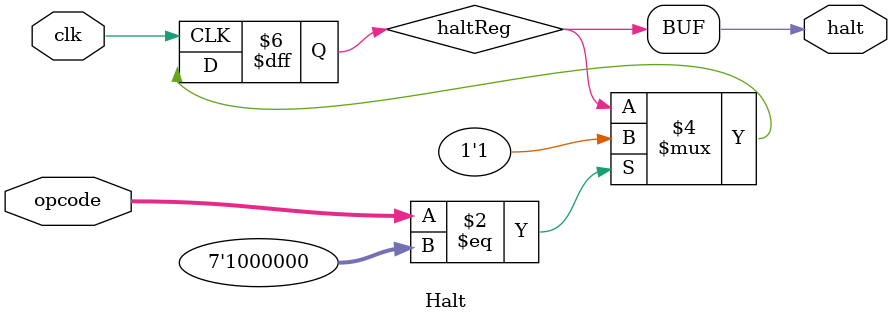
<source format=sv>
`timescale 1ns / 1ps

module Halt (

	input logic clk,
    input logic [6:0] opcode,
    output logic halt
    
);

	reg haltReg;
	initial haltReg = 0; 
        
    always @(negedge clk) begin
	 if(opcode == 7'b1000000) haltReg <= 1;
	end

	assign halt = haltReg;

endmodule
</source>
